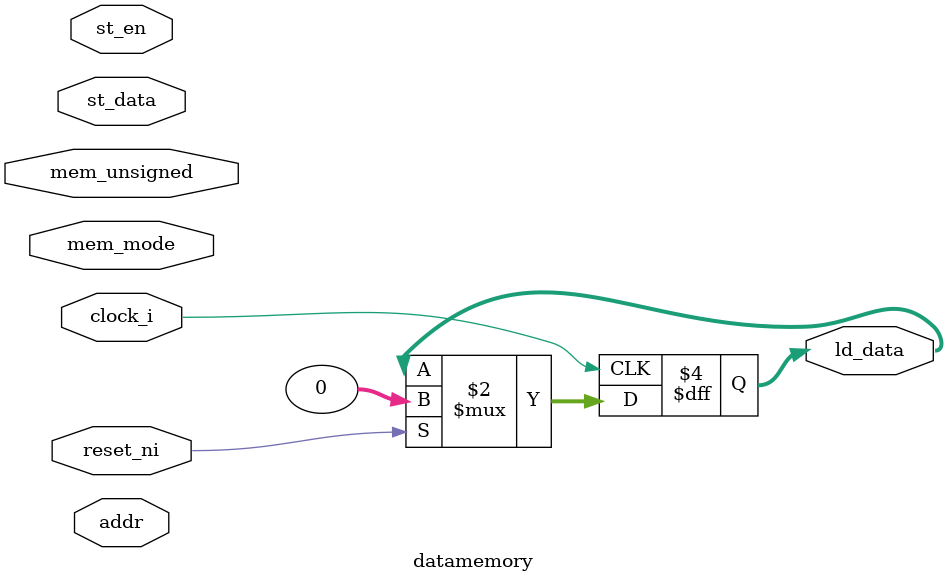
<source format=v>


module datamemory(
    clock_i, 
    reset_ni, 
    mem_mode, 
    mem_unsigned, 
    st_data, 
    st_en,
    ld_data, 
    addr
);
input [31:0] addr;
input clock_i, reset_ni, st_en, mem_unsigned;
input [31:0] st_data;
input [1:0] mem_mode;
output reg [31:0] ld_data;

always @(posedge clock_i)
    begin
        if(reset_ni)
            ld_data <= 32'd0;
        else
            begin




            end

    end


endmodule
</source>
